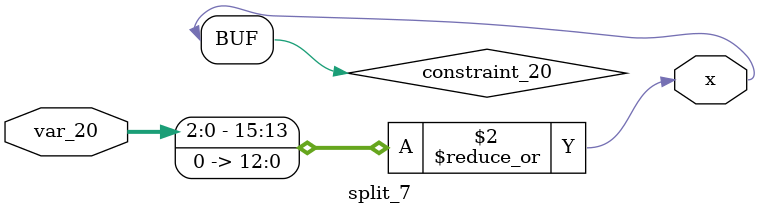
<source format=v>
module split_7(var_20, x);
        input [15:0] var_20;
    output wire x;

    wire constraint_20;

    assign constraint_20 = |((var_20 << 16'hd));
    assign x = constraint_20;
endmodule

</source>
